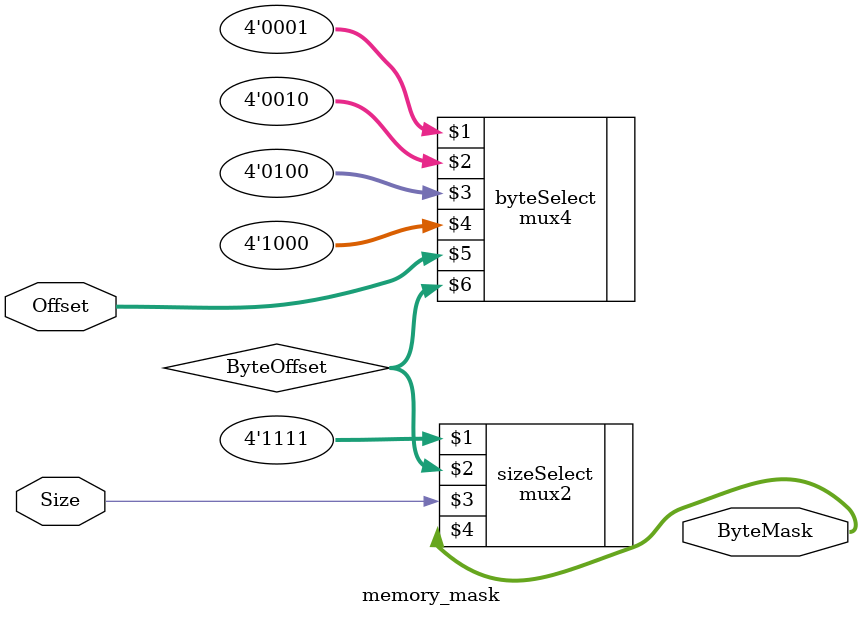
<source format=sv>
module memory_mask (input  logic       Size, //byte or word 
                    input  logic [1:0] Offset, //LSBs of address
              		output logic [3:0] ByteMask);

  logic [3:0] ByteOffset;
  mux4 #(4) byteSelect(4'b0001, 4'b0010, 4'b0100, 4'b1000, Offset, ByteOffset);
  mux2 #(4) sizeSelect(4'b1111, ByteOffset, Size, ByteMask);
endmodule
</source>
